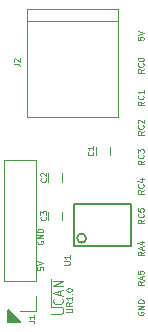
<source format=gto>
G04 #@! TF.GenerationSoftware,KiCad,Pcbnew,(5.0.0)*
G04 #@! TF.CreationDate,2018-09-18T20:25:08+02:00*
G04 #@! TF.ProjectId,pcb_relay_main,7063625F72656C61795F6D61696E2E6B,rev?*
G04 #@! TF.SameCoordinates,PXeb14aa0PY7f13bd0*
G04 #@! TF.FileFunction,Legend,Top*
G04 #@! TF.FilePolarity,Positive*
%FSLAX46Y46*%
G04 Gerber Fmt 4.6, Leading zero omitted, Abs format (unit mm)*
G04 Created by KiCad (PCBNEW (5.0.0)) date 09/18/18 20:25:08*
%MOMM*%
%LPD*%
G01*
G04 APERTURE LIST*
%ADD10C,0.125000*%
%ADD11C,0.100000*%
%ADD12C,0.150000*%
%ADD13C,0.120000*%
G04 APERTURE END LIST*
D10*
X4152380Y-25285714D02*
X4961904Y-25285714D01*
X5057142Y-25238095D01*
X5104761Y-25190476D01*
X5152380Y-25095238D01*
X5152380Y-24904761D01*
X5104761Y-24809523D01*
X5057142Y-24761904D01*
X4961904Y-24714285D01*
X4152380Y-24714285D01*
D11*
X4100000Y-24725000D02*
X4100000Y-22325000D01*
D10*
X5426190Y-25138095D02*
X5830952Y-25138095D01*
X5878571Y-25114285D01*
X5902380Y-25090476D01*
X5926190Y-25042857D01*
X5926190Y-24947619D01*
X5902380Y-24900000D01*
X5878571Y-24876190D01*
X5830952Y-24852380D01*
X5426190Y-24852380D01*
X5926190Y-24328571D02*
X5688095Y-24495238D01*
X5926190Y-24614285D02*
X5426190Y-24614285D01*
X5426190Y-24423809D01*
X5450000Y-24376190D01*
X5473809Y-24352380D01*
X5521428Y-24328571D01*
X5592857Y-24328571D01*
X5640476Y-24352380D01*
X5664285Y-24376190D01*
X5688095Y-24423809D01*
X5688095Y-24614285D01*
X5926190Y-23852380D02*
X5926190Y-24138095D01*
X5926190Y-23995238D02*
X5426190Y-23995238D01*
X5497619Y-24042857D01*
X5545238Y-24090476D01*
X5569047Y-24138095D01*
X5878571Y-23638095D02*
X5902380Y-23614285D01*
X5926190Y-23638095D01*
X5902380Y-23661904D01*
X5878571Y-23638095D01*
X5926190Y-23638095D01*
X5426190Y-23304761D02*
X5426190Y-23257142D01*
X5450000Y-23209523D01*
X5473809Y-23185714D01*
X5521428Y-23161904D01*
X5616666Y-23138095D01*
X5735714Y-23138095D01*
X5830952Y-23161904D01*
X5878571Y-23185714D01*
X5902380Y-23209523D01*
X5926190Y-23257142D01*
X5926190Y-23304761D01*
X5902380Y-23352380D01*
X5878571Y-23376190D01*
X5830952Y-23400000D01*
X5735714Y-23423809D01*
X5616666Y-23423809D01*
X5521428Y-23400000D01*
X5473809Y-23376190D01*
X5450000Y-23352380D01*
X5426190Y-23304761D01*
X5035714Y-24014285D02*
X5073809Y-24052380D01*
X5111904Y-24166666D01*
X5111904Y-24242857D01*
X5073809Y-24357142D01*
X4997619Y-24433333D01*
X4921428Y-24471428D01*
X4769047Y-24509523D01*
X4654761Y-24509523D01*
X4502380Y-24471428D01*
X4426190Y-24433333D01*
X4350000Y-24357142D01*
X4311904Y-24242857D01*
X4311904Y-24166666D01*
X4350000Y-24052380D01*
X4388095Y-24014285D01*
X4883333Y-23709523D02*
X4883333Y-23328571D01*
X5111904Y-23785714D02*
X4311904Y-23519047D01*
X5111904Y-23252380D01*
X5111904Y-22985714D02*
X4311904Y-22985714D01*
X5111904Y-22528571D01*
X4311904Y-22528571D01*
X2976190Y-21345238D02*
X2976190Y-21583333D01*
X3214285Y-21607142D01*
X3190476Y-21583333D01*
X3166666Y-21535714D01*
X3166666Y-21416666D01*
X3190476Y-21369047D01*
X3214285Y-21345238D01*
X3261904Y-21321428D01*
X3380952Y-21321428D01*
X3428571Y-21345238D01*
X3452380Y-21369047D01*
X3476190Y-21416666D01*
X3476190Y-21535714D01*
X3452380Y-21583333D01*
X3428571Y-21607142D01*
X2976190Y-21178571D02*
X3476190Y-21011904D01*
X2976190Y-20845238D01*
X3000000Y-19130952D02*
X2976190Y-19178571D01*
X2976190Y-19250000D01*
X3000000Y-19321428D01*
X3047619Y-19369047D01*
X3095238Y-19392857D01*
X3190476Y-19416666D01*
X3261904Y-19416666D01*
X3357142Y-19392857D01*
X3404761Y-19369047D01*
X3452380Y-19321428D01*
X3476190Y-19250000D01*
X3476190Y-19202380D01*
X3452380Y-19130952D01*
X3428571Y-19107142D01*
X3261904Y-19107142D01*
X3261904Y-19202380D01*
X3476190Y-18892857D02*
X2976190Y-18892857D01*
X3476190Y-18607142D01*
X2976190Y-18607142D01*
X3476190Y-18369047D02*
X2976190Y-18369047D01*
X2976190Y-18250000D01*
X3000000Y-18178571D01*
X3047619Y-18130952D01*
X3095238Y-18107142D01*
X3190476Y-18083333D01*
X3261904Y-18083333D01*
X3357142Y-18107142D01*
X3404761Y-18130952D01*
X3452380Y-18178571D01*
X3476190Y-18250000D01*
X3476190Y-18369047D01*
X11476190Y-1845238D02*
X11476190Y-2083333D01*
X11714285Y-2107142D01*
X11690476Y-2083333D01*
X11666666Y-2035714D01*
X11666666Y-1916666D01*
X11690476Y-1869047D01*
X11714285Y-1845238D01*
X11761904Y-1821428D01*
X11880952Y-1821428D01*
X11928571Y-1845238D01*
X11952380Y-1869047D01*
X11976190Y-1916666D01*
X11976190Y-2035714D01*
X11952380Y-2083333D01*
X11928571Y-2107142D01*
X11476190Y-1678571D02*
X11976190Y-1511904D01*
X11476190Y-1345238D01*
X11976190Y-4583333D02*
X11738095Y-4750000D01*
X11976190Y-4869047D02*
X11476190Y-4869047D01*
X11476190Y-4678571D01*
X11500000Y-4630952D01*
X11523809Y-4607142D01*
X11571428Y-4583333D01*
X11642857Y-4583333D01*
X11690476Y-4607142D01*
X11714285Y-4630952D01*
X11738095Y-4678571D01*
X11738095Y-4869047D01*
X11928571Y-4083333D02*
X11952380Y-4107142D01*
X11976190Y-4178571D01*
X11976190Y-4226190D01*
X11952380Y-4297619D01*
X11904761Y-4345238D01*
X11857142Y-4369047D01*
X11761904Y-4392857D01*
X11690476Y-4392857D01*
X11595238Y-4369047D01*
X11547619Y-4345238D01*
X11500000Y-4297619D01*
X11476190Y-4226190D01*
X11476190Y-4178571D01*
X11500000Y-4107142D01*
X11523809Y-4083333D01*
X11476190Y-3773809D02*
X11476190Y-3726190D01*
X11500000Y-3678571D01*
X11523809Y-3654761D01*
X11571428Y-3630952D01*
X11666666Y-3607142D01*
X11785714Y-3607142D01*
X11880952Y-3630952D01*
X11928571Y-3654761D01*
X11952380Y-3678571D01*
X11976190Y-3726190D01*
X11976190Y-3773809D01*
X11952380Y-3821428D01*
X11928571Y-3845238D01*
X11880952Y-3869047D01*
X11785714Y-3892857D01*
X11666666Y-3892857D01*
X11571428Y-3869047D01*
X11523809Y-3845238D01*
X11500000Y-3821428D01*
X11476190Y-3773809D01*
X11976190Y-7333333D02*
X11738095Y-7500000D01*
X11976190Y-7619047D02*
X11476190Y-7619047D01*
X11476190Y-7428571D01*
X11500000Y-7380952D01*
X11523809Y-7357142D01*
X11571428Y-7333333D01*
X11642857Y-7333333D01*
X11690476Y-7357142D01*
X11714285Y-7380952D01*
X11738095Y-7428571D01*
X11738095Y-7619047D01*
X11928571Y-6833333D02*
X11952380Y-6857142D01*
X11976190Y-6928571D01*
X11976190Y-6976190D01*
X11952380Y-7047619D01*
X11904761Y-7095238D01*
X11857142Y-7119047D01*
X11761904Y-7142857D01*
X11690476Y-7142857D01*
X11595238Y-7119047D01*
X11547619Y-7095238D01*
X11500000Y-7047619D01*
X11476190Y-6976190D01*
X11476190Y-6928571D01*
X11500000Y-6857142D01*
X11523809Y-6833333D01*
X11976190Y-6357142D02*
X11976190Y-6642857D01*
X11976190Y-6500000D02*
X11476190Y-6500000D01*
X11547619Y-6547619D01*
X11595238Y-6595238D01*
X11619047Y-6642857D01*
X11976190Y-9833333D02*
X11738095Y-10000000D01*
X11976190Y-10119047D02*
X11476190Y-10119047D01*
X11476190Y-9928571D01*
X11500000Y-9880952D01*
X11523809Y-9857142D01*
X11571428Y-9833333D01*
X11642857Y-9833333D01*
X11690476Y-9857142D01*
X11714285Y-9880952D01*
X11738095Y-9928571D01*
X11738095Y-10119047D01*
X11928571Y-9333333D02*
X11952380Y-9357142D01*
X11976190Y-9428571D01*
X11976190Y-9476190D01*
X11952380Y-9547619D01*
X11904761Y-9595238D01*
X11857142Y-9619047D01*
X11761904Y-9642857D01*
X11690476Y-9642857D01*
X11595238Y-9619047D01*
X11547619Y-9595238D01*
X11500000Y-9547619D01*
X11476190Y-9476190D01*
X11476190Y-9428571D01*
X11500000Y-9357142D01*
X11523809Y-9333333D01*
X11523809Y-9142857D02*
X11500000Y-9119047D01*
X11476190Y-9071428D01*
X11476190Y-8952380D01*
X11500000Y-8904761D01*
X11523809Y-8880952D01*
X11571428Y-8857142D01*
X11619047Y-8857142D01*
X11690476Y-8880952D01*
X11976190Y-9166666D01*
X11976190Y-8857142D01*
X11976190Y-12333333D02*
X11738095Y-12500000D01*
X11976190Y-12619047D02*
X11476190Y-12619047D01*
X11476190Y-12428571D01*
X11500000Y-12380952D01*
X11523809Y-12357142D01*
X11571428Y-12333333D01*
X11642857Y-12333333D01*
X11690476Y-12357142D01*
X11714285Y-12380952D01*
X11738095Y-12428571D01*
X11738095Y-12619047D01*
X11928571Y-11833333D02*
X11952380Y-11857142D01*
X11976190Y-11928571D01*
X11976190Y-11976190D01*
X11952380Y-12047619D01*
X11904761Y-12095238D01*
X11857142Y-12119047D01*
X11761904Y-12142857D01*
X11690476Y-12142857D01*
X11595238Y-12119047D01*
X11547619Y-12095238D01*
X11500000Y-12047619D01*
X11476190Y-11976190D01*
X11476190Y-11928571D01*
X11500000Y-11857142D01*
X11523809Y-11833333D01*
X11476190Y-11666666D02*
X11476190Y-11357142D01*
X11666666Y-11523809D01*
X11666666Y-11452380D01*
X11690476Y-11404761D01*
X11714285Y-11380952D01*
X11761904Y-11357142D01*
X11880952Y-11357142D01*
X11928571Y-11380952D01*
X11952380Y-11404761D01*
X11976190Y-11452380D01*
X11976190Y-11595238D01*
X11952380Y-11642857D01*
X11928571Y-11666666D01*
X11976190Y-14833333D02*
X11738095Y-15000000D01*
X11976190Y-15119047D02*
X11476190Y-15119047D01*
X11476190Y-14928571D01*
X11500000Y-14880952D01*
X11523809Y-14857142D01*
X11571428Y-14833333D01*
X11642857Y-14833333D01*
X11690476Y-14857142D01*
X11714285Y-14880952D01*
X11738095Y-14928571D01*
X11738095Y-15119047D01*
X11928571Y-14333333D02*
X11952380Y-14357142D01*
X11976190Y-14428571D01*
X11976190Y-14476190D01*
X11952380Y-14547619D01*
X11904761Y-14595238D01*
X11857142Y-14619047D01*
X11761904Y-14642857D01*
X11690476Y-14642857D01*
X11595238Y-14619047D01*
X11547619Y-14595238D01*
X11500000Y-14547619D01*
X11476190Y-14476190D01*
X11476190Y-14428571D01*
X11500000Y-14357142D01*
X11523809Y-14333333D01*
X11642857Y-13904761D02*
X11976190Y-13904761D01*
X11452380Y-14023809D02*
X11809523Y-14142857D01*
X11809523Y-13833333D01*
X11976190Y-17333333D02*
X11738095Y-17500000D01*
X11976190Y-17619047D02*
X11476190Y-17619047D01*
X11476190Y-17428571D01*
X11500000Y-17380952D01*
X11523809Y-17357142D01*
X11571428Y-17333333D01*
X11642857Y-17333333D01*
X11690476Y-17357142D01*
X11714285Y-17380952D01*
X11738095Y-17428571D01*
X11738095Y-17619047D01*
X11928571Y-16833333D02*
X11952380Y-16857142D01*
X11976190Y-16928571D01*
X11976190Y-16976190D01*
X11952380Y-17047619D01*
X11904761Y-17095238D01*
X11857142Y-17119047D01*
X11761904Y-17142857D01*
X11690476Y-17142857D01*
X11595238Y-17119047D01*
X11547619Y-17095238D01*
X11500000Y-17047619D01*
X11476190Y-16976190D01*
X11476190Y-16928571D01*
X11500000Y-16857142D01*
X11523809Y-16833333D01*
X11476190Y-16380952D02*
X11476190Y-16619047D01*
X11714285Y-16642857D01*
X11690476Y-16619047D01*
X11666666Y-16571428D01*
X11666666Y-16452380D01*
X11690476Y-16404761D01*
X11714285Y-16380952D01*
X11761904Y-16357142D01*
X11880952Y-16357142D01*
X11928571Y-16380952D01*
X11952380Y-16404761D01*
X11976190Y-16452380D01*
X11976190Y-16571428D01*
X11952380Y-16619047D01*
X11928571Y-16642857D01*
X11976190Y-20047619D02*
X11738095Y-20214285D01*
X11976190Y-20333333D02*
X11476190Y-20333333D01*
X11476190Y-20142857D01*
X11500000Y-20095238D01*
X11523809Y-20071428D01*
X11571428Y-20047619D01*
X11642857Y-20047619D01*
X11690476Y-20071428D01*
X11714285Y-20095238D01*
X11738095Y-20142857D01*
X11738095Y-20333333D01*
X11833333Y-19857142D02*
X11833333Y-19619047D01*
X11976190Y-19904761D02*
X11476190Y-19738095D01*
X11976190Y-19571428D01*
X11642857Y-19190476D02*
X11976190Y-19190476D01*
X11452380Y-19309523D02*
X11809523Y-19428571D01*
X11809523Y-19119047D01*
X11976190Y-22547619D02*
X11738095Y-22714285D01*
X11976190Y-22833333D02*
X11476190Y-22833333D01*
X11476190Y-22642857D01*
X11500000Y-22595238D01*
X11523809Y-22571428D01*
X11571428Y-22547619D01*
X11642857Y-22547619D01*
X11690476Y-22571428D01*
X11714285Y-22595238D01*
X11738095Y-22642857D01*
X11738095Y-22833333D01*
X11833333Y-22357142D02*
X11833333Y-22119047D01*
X11976190Y-22404761D02*
X11476190Y-22238095D01*
X11976190Y-22071428D01*
X11476190Y-21666666D02*
X11476190Y-21904761D01*
X11714285Y-21928571D01*
X11690476Y-21904761D01*
X11666666Y-21857142D01*
X11666666Y-21738095D01*
X11690476Y-21690476D01*
X11714285Y-21666666D01*
X11761904Y-21642857D01*
X11880952Y-21642857D01*
X11928571Y-21666666D01*
X11952380Y-21690476D01*
X11976190Y-21738095D01*
X11976190Y-21857142D01*
X11952380Y-21904761D01*
X11928571Y-21928571D01*
X11500000Y-25130952D02*
X11476190Y-25178571D01*
X11476190Y-25250000D01*
X11500000Y-25321428D01*
X11547619Y-25369047D01*
X11595238Y-25392857D01*
X11690476Y-25416666D01*
X11761904Y-25416666D01*
X11857142Y-25392857D01*
X11904761Y-25369047D01*
X11952380Y-25321428D01*
X11976190Y-25250000D01*
X11976190Y-25202380D01*
X11952380Y-25130952D01*
X11928571Y-25107142D01*
X11761904Y-25107142D01*
X11761904Y-25202380D01*
X11976190Y-24892857D02*
X11476190Y-24892857D01*
X11976190Y-24607142D01*
X11476190Y-24607142D01*
X11976190Y-24369047D02*
X11476190Y-24369047D01*
X11476190Y-24250000D01*
X11500000Y-24178571D01*
X11547619Y-24130952D01*
X11595238Y-24107142D01*
X11690476Y-24083333D01*
X11761904Y-24083333D01*
X11857142Y-24107142D01*
X11904761Y-24130952D01*
X11952380Y-24178571D01*
X11976190Y-24250000D01*
X11976190Y-24369047D01*
D12*
G36*
X500000Y-26000000D02*
X500000Y-25000000D01*
X1500000Y-26000000D01*
X500000Y-26000000D01*
G37*
X500000Y-26000000D02*
X500000Y-25000000D01*
X1500000Y-26000000D01*
X500000Y-26000000D01*
D13*
G04 #@! TO.C,C1*
X7900000Y-11850000D02*
X7900000Y-11150000D01*
X9100000Y-11150000D02*
X9100000Y-11850000D01*
G04 #@! TO.C,C2*
X3900000Y-14100000D02*
X3900000Y-13400000D01*
X5100000Y-13400000D02*
X5100000Y-14100000D01*
G04 #@! TO.C,C3*
X3900000Y-17350000D02*
X3900000Y-16650000D01*
X5100000Y-16650000D02*
X5100000Y-17350000D01*
G04 #@! TO.C,J1*
X2830000Y-25080000D02*
X1500000Y-25080000D01*
X2830000Y-23750000D02*
X2830000Y-25080000D01*
X2830000Y-22480000D02*
X170000Y-22480000D01*
X170000Y-22480000D02*
X170000Y-12260000D01*
X2830000Y-22480000D02*
X2830000Y-12260000D01*
X2830000Y-12260000D02*
X170000Y-12260000D01*
G04 #@! TO.C,J2*
X9825000Y-8675000D02*
X9825000Y525000D01*
X2125000Y-8675000D02*
X9825000Y-8675000D01*
X2125000Y525000D02*
X2125000Y-8675000D01*
X9825000Y525000D02*
X2125000Y525000D01*
X9825000Y-475000D02*
X2125000Y-475000D01*
D12*
G04 #@! TO.C,U1*
X7103000Y-18893000D02*
G75*
G03X7103000Y-18893000I-381000J0D01*
G01*
X6087000Y-19528000D02*
X6087000Y-15972000D01*
X10913000Y-19528000D02*
X6087000Y-19528000D01*
X10913000Y-15972000D02*
X10913000Y-19528000D01*
X6087000Y-15972000D02*
X10913000Y-15972000D01*
G04 #@! TO.C,C1*
D10*
X7678571Y-11583333D02*
X7702380Y-11607142D01*
X7726190Y-11678571D01*
X7726190Y-11726190D01*
X7702380Y-11797619D01*
X7654761Y-11845238D01*
X7607142Y-11869047D01*
X7511904Y-11892857D01*
X7440476Y-11892857D01*
X7345238Y-11869047D01*
X7297619Y-11845238D01*
X7250000Y-11797619D01*
X7226190Y-11726190D01*
X7226190Y-11678571D01*
X7250000Y-11607142D01*
X7273809Y-11583333D01*
X7726190Y-11107142D02*
X7726190Y-11392857D01*
X7726190Y-11250000D02*
X7226190Y-11250000D01*
X7297619Y-11297619D01*
X7345238Y-11345238D01*
X7369047Y-11392857D01*
G04 #@! TO.C,C2*
X3678571Y-13833333D02*
X3702380Y-13857142D01*
X3726190Y-13928571D01*
X3726190Y-13976190D01*
X3702380Y-14047619D01*
X3654761Y-14095238D01*
X3607142Y-14119047D01*
X3511904Y-14142857D01*
X3440476Y-14142857D01*
X3345238Y-14119047D01*
X3297619Y-14095238D01*
X3250000Y-14047619D01*
X3226190Y-13976190D01*
X3226190Y-13928571D01*
X3250000Y-13857142D01*
X3273809Y-13833333D01*
X3273809Y-13642857D02*
X3250000Y-13619047D01*
X3226190Y-13571428D01*
X3226190Y-13452380D01*
X3250000Y-13404761D01*
X3273809Y-13380952D01*
X3321428Y-13357142D01*
X3369047Y-13357142D01*
X3440476Y-13380952D01*
X3726190Y-13666666D01*
X3726190Y-13357142D01*
G04 #@! TO.C,C3*
X3678571Y-17083333D02*
X3702380Y-17107142D01*
X3726190Y-17178571D01*
X3726190Y-17226190D01*
X3702380Y-17297619D01*
X3654761Y-17345238D01*
X3607142Y-17369047D01*
X3511904Y-17392857D01*
X3440476Y-17392857D01*
X3345238Y-17369047D01*
X3297619Y-17345238D01*
X3250000Y-17297619D01*
X3226190Y-17226190D01*
X3226190Y-17178571D01*
X3250000Y-17107142D01*
X3273809Y-17083333D01*
X3226190Y-16916666D02*
X3226190Y-16607142D01*
X3416666Y-16773809D01*
X3416666Y-16702380D01*
X3440476Y-16654761D01*
X3464285Y-16630952D01*
X3511904Y-16607142D01*
X3630952Y-16607142D01*
X3678571Y-16630952D01*
X3702380Y-16654761D01*
X3726190Y-16702380D01*
X3726190Y-16845238D01*
X3702380Y-16892857D01*
X3678571Y-16916666D01*
G04 #@! TO.C,J1*
X2226190Y-25916666D02*
X2583333Y-25916666D01*
X2654761Y-25940476D01*
X2702380Y-25988095D01*
X2726190Y-26059523D01*
X2726190Y-26107142D01*
X2726190Y-25416666D02*
X2726190Y-25702380D01*
X2726190Y-25559523D02*
X2226190Y-25559523D01*
X2297619Y-25607142D01*
X2345238Y-25654761D01*
X2369047Y-25702380D01*
G04 #@! TO.C,J2*
X976190Y-4166666D02*
X1333333Y-4166666D01*
X1404761Y-4190476D01*
X1452380Y-4238095D01*
X1476190Y-4309523D01*
X1476190Y-4357142D01*
X1023809Y-3952380D02*
X1000000Y-3928571D01*
X976190Y-3880952D01*
X976190Y-3761904D01*
X1000000Y-3714285D01*
X1023809Y-3690476D01*
X1071428Y-3666666D01*
X1119047Y-3666666D01*
X1190476Y-3690476D01*
X1476190Y-3976190D01*
X1476190Y-3666666D01*
G04 #@! TO.C,U1*
X5226190Y-21130952D02*
X5630952Y-21130952D01*
X5678571Y-21107142D01*
X5702380Y-21083333D01*
X5726190Y-21035714D01*
X5726190Y-20940476D01*
X5702380Y-20892857D01*
X5678571Y-20869047D01*
X5630952Y-20845238D01*
X5226190Y-20845238D01*
X5726190Y-20345238D02*
X5726190Y-20630952D01*
X5726190Y-20488095D02*
X5226190Y-20488095D01*
X5297619Y-20535714D01*
X5345238Y-20583333D01*
X5369047Y-20630952D01*
G04 #@! TD*
M02*

</source>
